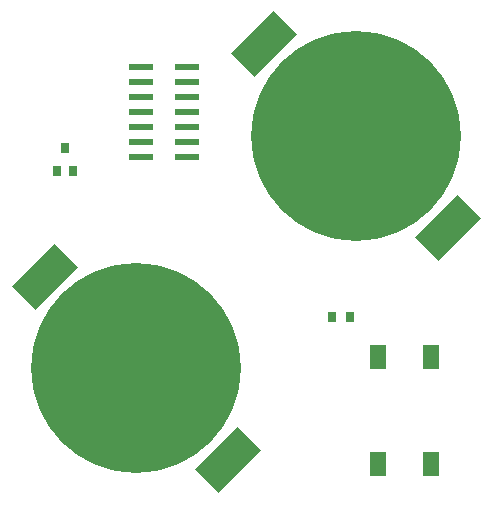
<source format=gbp>
G04*
G04 #@! TF.GenerationSoftware,Altium Limited,Altium Designer,18.1.9 (240)*
G04*
G04 Layer_Color=128*
%FSLAX24Y24*%
%MOIN*%
G70*
G01*
G75*
%ADD22R,0.0270X0.0350*%
%ADD25R,0.0550X0.0830*%
%ADD36C,0.7000*%
G04:AMPARAMS|DCode=37|XSize=109.8mil|YSize=200mil|CornerRadius=0mil|HoleSize=0mil|Usage=FLASHONLY|Rotation=315.000|XOffset=0mil|YOffset=0mil|HoleType=Round|Shape=Rectangle|*
%AMROTATEDRECTD37*
4,1,4,-0.1095,-0.0319,0.0319,0.1095,0.1095,0.0319,-0.0319,-0.1095,-0.1095,-0.0319,0.0*
%
%ADD37ROTATEDRECTD37*%

%ADD38R,0.0787X0.0248*%
%ADD39R,0.0276X0.0354*%
D22*
X3450Y-2160D02*
D03*
X2870Y-2160D02*
D03*
D25*
X4395Y-3480D02*
D03*
Y-7060D02*
D03*
X6165Y-3480D02*
D03*
Y-7060D02*
D03*
D36*
X3660Y3870D02*
D03*
X-3660Y-3870D02*
D03*
D37*
X6718Y812D02*
D03*
X602Y6928D02*
D03*
X-602Y-6928D02*
D03*
X-6718Y-812D02*
D03*
D38*
X-1960Y6170D02*
D03*
Y5670D02*
D03*
X-1960Y5170D02*
D03*
X-1960Y4670D02*
D03*
X-1960Y4170D02*
D03*
X-1960Y3670D02*
D03*
Y3170D02*
D03*
X-3495Y6170D02*
D03*
X-3495Y5670D02*
D03*
X-3495Y5170D02*
D03*
Y4670D02*
D03*
X-3495Y4170D02*
D03*
X-3495Y3670D02*
D03*
X-3495Y3170D02*
D03*
D39*
X-6290Y2720D02*
D03*
X-5778D02*
D03*
X-6034Y3468D02*
D03*
M02*

</source>
